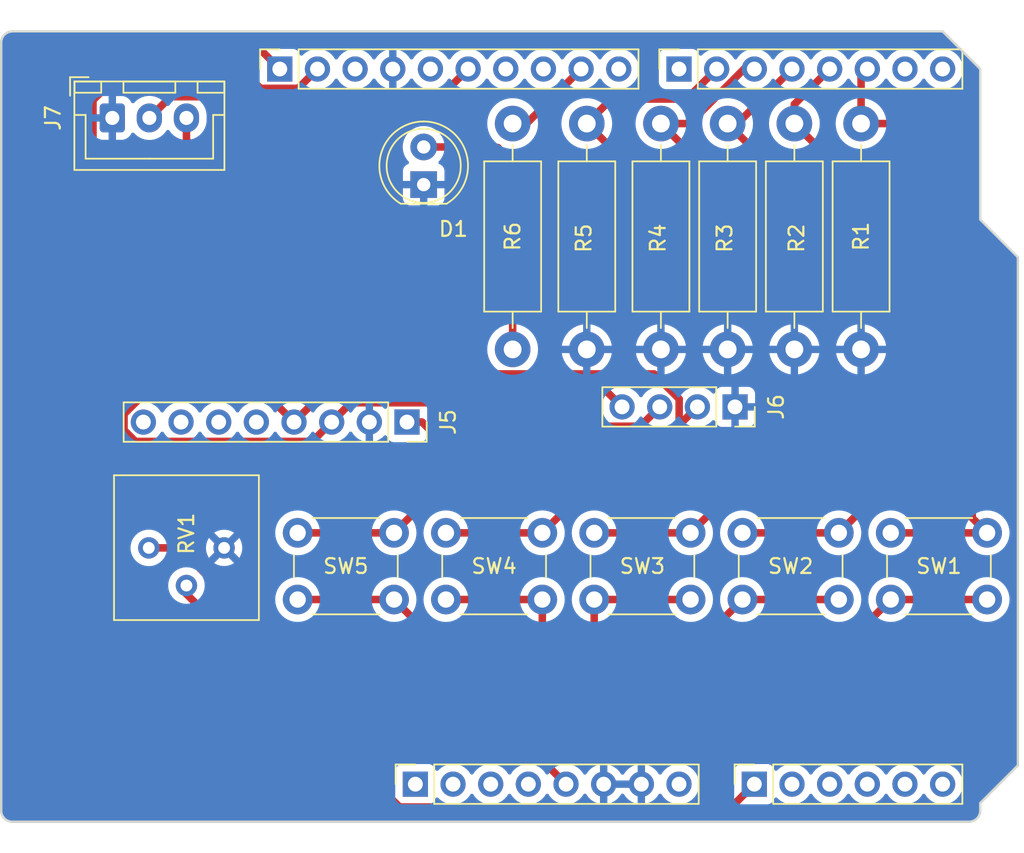
<source format=kicad_pcb>
(kicad_pcb (version 20240108) (generator "pcbnew") (generator_version "8.0")
  (title_block (date "mar. 31 mars 2015"))
  (layers (0 "F.Cu" signal) (31 "B.Cu" power) (34 "B.Paste" user) (35 "F.Paste" user) (36 "B.SilkS" user "B.Silkscreen") (37 "F.SilkS" user "F.Silkscreen") (38 "B.Mask" user) (39 "F.Mask" user) (44 "Edge.Cuts" user))
  (net 0 "")
  (net 1 "GND")
  (net 3 "+5V")
  (net 4 "/IOREF")
  (net 5 "/A1")
  (net 6 "/A2")
  (net 7 "/A3")
  (net 8 "/SDA{slash}A4")
  (net 9 "/SCL{slash}A5")
  (net 10 "/13")
  (net 11 "/AREF")
  (net 12 "/temp_digital")
  (net 13 "/7")
  (net 14 "/*11")
  (net 15 "/*10")
  (net 16 "/TX{slash}1")
  (net 17 "/RX{slash}0")
  (net 18 "+3V3")
  (net 19 "VCC")
  (net 20 "/~{RESET}")
  (net 21 "/I2C_SCL")
  (net 22 "/I2C_SDA")
  (net 27 "/button_onoff")
  (net 28 "/button_lock")
  (net 29 "/button_light")
  (net 30 "/button_cal")
  (net 31 "/button_units")
  (net 32 "Net-(D1-A)")
  (net 33 "/led_light")
  (net 34 "/temp_sensor")
  (footprint "Connector_PinSocket_2.54mm:PinSocket_1x08_P2.54mm_Vertical" (layer "F.Cu") (at 127.94 97.46 90)
    (property "Reference" "J1" (hide yes))
    (property "Value" "Power")
    (fp_line (start 1.33 -1.33) (end 1.33 0) (stroke (width 0.12)) (layer "F.SilkS"))
    (fp_line (start 0 -1.33) (end 1.33 -1.33) (stroke (width 0.12)) (layer "F.SilkS"))
    (fp_line (start 1.33 1.27) (end 1.33 19.11) (stroke (width 0.12)) (layer "F.SilkS"))
    (fp_line (start -1.33 1.27) (end 1.33 1.27) (stroke (width 0.12)) (layer "F.SilkS"))
    (fp_line (start -1.33 1.27) (end -1.33 19.11) (stroke (width 0.12)) (layer "F.SilkS"))
    (fp_line (start -1.33 19.11) (end 1.33 19.11) (stroke (width 0.12)) (layer "F.SilkS"))
    (pad "1" thru_hole rect (at 0 0 90) (size 1.7 1.7) (drill 1) (layers "*.Cu" "*.Mask"))
    (pad "2" thru_hole oval (at 0 2.54 90) (size 1.7 1.7) (drill 1) (layers "*.Cu" "*.Mask") (net 4 "/IOREF"))
    (pad "3" thru_hole oval (at 0 5.08 90) (size 1.7 1.7) (drill 1) (layers "*.Cu" "*.Mask") (net 20 "/~{RESET}"))
    (pad "4" thru_hole oval (at 0 7.62 90) (size 1.7 1.7) (drill 1) (layers "*.Cu" "*.Mask") (net 18 "+3V3"))
    (pad "5" thru_hole oval (at 0 10.16 90) (size 1.7 1.7) (drill 1) (layers "*.Cu" "*.Mask") (net 3 "+5V"))
    (pad "6" thru_hole oval (at 0 12.7 90) (size 1.7 1.7) (drill 1) (layers "*.Cu" "*.Mask") (net 1 "GND"))
    (pad "7" thru_hole oval (at 0 15.24 90) (size 1.7 1.7) (drill 1) (layers "*.Cu" "*.Mask") (net 1 "GND"))
    (pad "8" thru_hole oval (at 0 17.78 90) (size 1.7 1.7) (drill 1) (layers "*.Cu" "*.Mask") (net 19 "VCC"))
  )
  (footprint "Connector_PinSocket_2.54mm:PinSocket_1x06_P2.54mm_Vertical" (layer "F.Cu") (at 150.8 97.46 90)
    (property "Reference" "J3" (hide yes))
    (property "Value" "Analog")
    (fp_line (start 1.33 -1.33) (end 1.33 0) (stroke (width 0.12)) (layer "F.SilkS"))
    (fp_line (start 0 -1.33) (end 1.33 -1.33) (stroke (width 0.12)) (layer "F.SilkS"))
    (fp_line (start 1.33 1.27) (end 1.33 14.03) (stroke (width 0.12)) (layer "F.SilkS"))
    (fp_line (start -1.33 1.27) (end 1.33 1.27) (stroke (width 0.12)) (layer "F.SilkS"))
    (fp_line (start -1.33 1.27) (end -1.33 14.03) (stroke (width 0.12)) (layer "F.SilkS"))
    (fp_line (start -1.33 14.03) (end 1.33 14.03) (stroke (width 0.12)) (layer "F.SilkS"))
    (pad "1" thru_hole rect (at 0 0 90) (size 1.7 1.7) (drill 1) (layers "*.Cu" "*.Mask") (net 34 "/temp_sensor"))
    (pad "2" thru_hole oval (at 0 2.54 90) (size 1.7 1.7) (drill 1) (layers "*.Cu" "*.Mask") (net 5 "/A1"))
    (pad "3" thru_hole oval (at 0 5.08 90) (size 1.7 1.7) (drill 1) (layers "*.Cu" "*.Mask") (net 6 "/A2"))
    (pad "4" thru_hole oval (at 0 7.62 90) (size 1.7 1.7) (drill 1) (layers "*.Cu" "*.Mask") (net 7 "/A3"))
    (pad "5" thru_hole oval (at 0 10.16 90) (size 1.7 1.7) (drill 1) (layers "*.Cu" "*.Mask") (net 8 "/SDA{slash}A4"))
    (pad "6" thru_hole oval (at 0 12.7 90) (size 1.7 1.7) (drill 1) (layers "*.Cu" "*.Mask") (net 9 "/SCL{slash}A5"))
  )
  (footprint "Connector_PinSocket_2.54mm:PinSocket_1x10_P2.54mm_Vertical" (layer "F.Cu") (at 118.796 49.2 90)
    (property "Reference" "J2" (hide yes))
    (property "Value" "Digital/PWM")
    (fp_line (start 1.33 -1.33) (end 1.33 0) (stroke (width 0.12)) (layer "F.SilkS"))
    (fp_line (start 0 -1.33) (end 1.33 -1.33) (stroke (width 0.12)) (layer "F.SilkS"))
    (fp_line (start 1.33 1.27) (end 1.33 24.19) (stroke (width 0.12)) (layer "F.SilkS"))
    (fp_line (start -1.33 1.27) (end 1.33 1.27) (stroke (width 0.12)) (layer "F.SilkS"))
    (fp_line (start -1.33 1.27) (end -1.33 24.19) (stroke (width 0.12)) (layer "F.SilkS"))
    (fp_line (start -1.33 24.19) (end 1.33 24.19) (stroke (width 0.12)) (layer "F.SilkS"))
    (pad "1" thru_hole rect (at 0 0 90) (size 1.7 1.7) (drill 1) (layers "*.Cu" "*.Mask") (net 21 "/I2C_SCL"))
    (pad "2" thru_hole oval (at 0 2.54 90) (size 1.7 1.7) (drill 1) (layers "*.Cu" "*.Mask") (net 22 "/I2C_SDA"))
    (pad "3" thru_hole oval (at 0 5.08 90) (size 1.7 1.7) (drill 1) (layers "*.Cu" "*.Mask") (net 11 "/AREF"))
    (pad "4" thru_hole oval (at 0 7.62 90) (size 1.7 1.7) (drill 1) (layers "*.Cu" "*.Mask") (net 1 "GND"))
    (pad "5" thru_hole oval (at 0 10.16 90) (size 1.7 1.7) (drill 1) (layers "*.Cu" "*.Mask") (net 10 "/13"))
    (pad "6" thru_hole oval (at 0 12.7 90) (size 1.7 1.7) (drill 1) (layers "*.Cu" "*.Mask") (net 12 "/temp_digital"))
    (pad "7" thru_hole oval (at 0 15.24 90) (size 1.7 1.7) (drill 1) (layers "*.Cu" "*.Mask") (net 14 "/*11"))
    (pad "8" thru_hole oval (at 0 17.78 90) (size 1.7 1.7) (drill 1) (layers "*.Cu" "*.Mask") (net 15 "/*10"))
    (pad "9" thru_hole oval (at 0 20.32 90) (size 1.7 1.7) (drill 1) (layers "*.Cu" "*.Mask") (net 33 "/led_light"))
    (pad "10" thru_hole oval (at 0 22.86 90) (size 1.7 1.7) (drill 1) (layers "*.Cu" "*.Mask"))
  )
  (footprint "Connector_PinSocket_2.54mm:PinSocket_1x08_P2.54mm_Vertical" (layer "F.Cu") (at 145.72 49.2 90)
    (property "Reference" "J4" (hide yes))
    (property "Value" "Digital/PWM")
    (fp_line (start 1.33 -1.33) (end 1.33 0) (stroke (width 0.12)) (layer "F.SilkS"))
    (fp_line (start 0 -1.33) (end 1.33 -1.33) (stroke (width 0.12)) (layer "F.SilkS"))
    (fp_line (start 1.33 1.27) (end 1.33 19.11) (stroke (width 0.12)) (layer "F.SilkS"))
    (fp_line (start -1.33 1.27) (end 1.33 1.27) (stroke (width 0.12)) (layer "F.SilkS"))
    (fp_line (start -1.33 1.27) (end -1.33 19.11) (stroke (width 0.12)) (layer "F.SilkS"))
    (fp_line (start -1.33 19.11) (end 1.33 19.11) (stroke (width 0.12)) (layer "F.SilkS"))
    (pad "1" thru_hole rect (at 0 0 90) (size 1.7 1.7) (drill 1) (layers "*.Cu" "*.Mask") (net 13 "/7"))
    (pad "2" thru_hole oval (at 0 2.54 90) (size 1.7 1.7) (drill 1) (layers "*.Cu" "*.Mask") (net 28 "/button_lock"))
    (pad "3" thru_hole oval (at 0 5.08 90) (size 1.7 1.7) (drill 1) (layers "*.Cu" "*.Mask") (net 30 "/button_cal"))
    (pad "4" thru_hole oval (at 0 7.62 90) (size 1.7 1.7) (drill 1) (layers "*.Cu" "*.Mask") (net 29 "/button_light"))
    (pad "5" thru_hole oval (at 0 10.16 90) (size 1.7 1.7) (drill 1) (layers "*.Cu" "*.Mask") (net 31 "/button_units"))
    (pad "6" thru_hole oval (at 0 12.7 90) (size 1.7 1.7) (drill 1) (layers "*.Cu" "*.Mask") (net 27 "/button_onoff"))
    (pad "7" thru_hole oval (at 0 15.24 90) (size 1.7 1.7) (drill 1) (layers "*.Cu" "*.Mask") (net 16 "/TX{slash}1"))
    (pad "8" thru_hole oval (at 0 17.78 90) (size 1.7 1.7) (drill 1) (layers "*.Cu" "*.Mask") (net 17 "/RX{slash}0"))
  )
  (footprint "Potentiometer_THT:Potentiometer_Bourns_3386P_Vertical" (layer "F.Cu") (at 109.96 81.515 -90)
    (property "Reference" "RV1" (at -0.96 -2.54 90) (layer "F.SilkS"))
    (property "Value" "10k")
    (fp_line (start -4.9 2.345) (end 4.87 2.345) (stroke (width 0.12)) (layer "F.SilkS"))
    (fp_line (start -4.9 -7.425) (end -4.9 2.345) (stroke (width 0.12)) (layer "F.SilkS"))
    (fp_line (start -4.9 -7.425) (end 4.87 -7.425) (stroke (width 0.12)) (layer "F.SilkS"))
    (fp_line (start 4.87 -7.425) (end 4.87 2.345) (stroke (width 0.12)) (layer "F.SilkS"))
    (pad "1" thru_hole circle (at 0 0 270) (size 1.44 1.44) (drill 0.8) (layers "*.Cu" "*.Mask") (net 3 "+5V"))
    (pad "2" thru_hole circle (at 2.54 -2.54 270) (size 1.44 1.44) (drill 0.8) (layers "*.Cu" "*.Mask") (net 34 "/temp_sensor"))
    (pad "3" thru_hole circle (at 0 -5.08 270) (size 1.44 1.44) (drill 0.8) (layers "*.Cu" "*.Mask") (net 1 "GND"))
  )
  (footprint "Connector_PinSocket_2.54mm:PinSocket_1x04_P2.54mm_Vertical" (layer "F.Cu") (at 149.5 72 -90)
    (property "Reference" "J6" (at 0 -2.77 90) (layer "F.SilkS"))
    (property "Value" "CONN_DISPLAY")
    (fp_line (start -1.33 8.95) (end 1.33 8.95) (stroke (width 0.12)) (layer "F.SilkS"))
    (fp_line (start -1.33 1.27) (end -1.33 8.95) (stroke (width 0.12)) (layer "F.SilkS"))
    (fp_line (start -1.33 1.27) (end 1.33 1.27) (stroke (width 0.12)) (layer "F.SilkS"))
    (fp_line (start 1.33 1.27) (end 1.33 8.95) (stroke (width 0.12)) (layer "F.SilkS"))
    (fp_line (start 0 -1.33) (end 1.33 -1.33) (stroke (width 0.12)) (layer "F.SilkS"))
    (fp_line (start 1.33 -1.33) (end 1.33 0) (stroke (width 0.12)) (layer "F.SilkS"))
    (pad "1" thru_hole rect (at 0 0 270) (size 1.7 1.7) (drill 1) (layers "*.Cu" "*.Mask") (net 1 "GND"))
    (pad "2" thru_hole oval (at 0 2.54 270) (size 1.7 1.7) (drill 1) (layers "*.Cu" "*.Mask") (net 3 "+5V"))
    (pad "3" thru_hole oval (at 0 5.08 270) (size 1.7 1.7) (drill 1) (layers "*.Cu" "*.Mask") (net 21 "/I2C_SCL"))
    (pad "4" thru_hole oval (at 0 7.62 270) (size 1.7 1.7) (drill 1) (layers "*.Cu" "*.Mask") (net 22 "/I2C_SDA"))
  )
  (footprint "Resistor_THT:R_Axial_DIN0411_L9.9mm_D3.6mm_P15.24mm_Horizontal" (layer "F.Cu") (at 134.5 52.88 -90)
    (property "Reference" "R6" (at 7.62 0 90) (layer "F.SilkS"))
    (property "Value" "1k")
    (fp_line (start 2.55 1.92) (end 12.69 1.92) (stroke (width 0.12)) (layer "F.SilkS"))
    (fp_line (start 12.69 1.92) (end 12.69 -1.92) (stroke (width 0.12)) (layer "F.SilkS"))
    (fp_line (start 1.44 0) (end 2.55 0) (stroke (width 0.12)) (layer "F.SilkS"))
    (fp_line (start 13.8 0) (end 12.69 0) (stroke (width 0.12)) (layer "F.SilkS"))
    (fp_line (start 2.55 -1.92) (end 2.55 1.92) (stroke (width 0.12)) (layer "F.SilkS"))
    (fp_line (start 12.69 -1.92) (end 2.55 -1.92) (stroke (width 0.12)) (layer "F.SilkS"))
    (pad "1" thru_hole circle (at 0 0 270) (size 2.4 2.4) (drill 1.2) (layers "*.Cu" "*.Mask") (net 33 "/led_light"))
    (pad "2" thru_hole oval (at 15.24 0 270) (size 2.4 2.4) (drill 1.2) (layers "*.Cu" "*.Mask") (net 32 "Net-(D1-A)"))
  )
  (footprint "LED_THT:LED_D5.0mm" (layer "F.Cu") (at 128.5 57 90)
    (property "Reference" "D1" (at -3 2 180) (layer "F.SilkS"))
    (property "Value" "LED")
    (fp_line (start -1.29 -1.545) (end -1.29 1.545) (stroke (width 0.12)) (layer "F.SilkS"))
    (fp_arc (start -1.29 -1.54483) (mid 2.071756 -2.880501) (end 4.26 -0.000048) (stroke (width 0.12)) (layer "F.SilkS"))
    (fp_arc (start 4.26 0.000048) (mid 2.071756 2.880501) (end -1.29 1.54483) (stroke (width 0.12)) (layer "F.SilkS"))
    (fp_circle (center 1.27 0) (end 3.77 0) (stroke (width 0.12)) (fill none) (layer "F.SilkS"))
    (pad "1" thru_hole rect (at 0 0 90) (size 1.8 1.8) (drill 0.9) (layers "*.Cu" "*.Mask") (net 1 "GND"))
    (pad "2" thru_hole circle (at 2.54 0 90) (size 1.8 1.8) (drill 0.9) (layers "*.Cu" "*.Mask") (net 32 "Net-(D1-A)"))
  )
  (footprint "Connector_JST:JST_XH_B3B-XH-A_1x03_P2.50mm_Vertical" (layer "F.Cu") (at 107.5 52.5)
    (property "Reference" "J7" (at -4 0 90) (layer "F.SilkS"))
    (property "Value" "Conn_01x03")
    (fp_line (start -2.85 -2.75) (end -2.85 -1.5) (stroke (width 0.12)) (layer "F.SilkS"))
    (fp_line (start -2.56 -2.46) (end -2.56 3.51) (stroke (width 0.12)) (layer "F.SilkS"))
    (fp_line (start -2.56 3.51) (end 7.56 3.51) (stroke (width 0.12)) (layer "F.SilkS"))
    (fp_line (start -2.55 -2.45) (end -2.55 -1.7) (stroke (width 0.12)) (layer "F.SilkS"))
    (fp_line (start -2.55 -1.7) (end -0.75 -1.7) (stroke (width 0.12)) (layer "F.SilkS"))
    (fp_line (start -2.55 -0.2) (end -1.8 -0.2) (stroke (width 0.12)) (layer "F.SilkS"))
    (fp_line (start -1.8 -0.2) (end -1.8 2.75) (stroke (width 0.12)) (layer "F.SilkS"))
    (fp_line (start -1.8 2.75) (end 2.5 2.75) (stroke (width 0.12)) (layer "F.SilkS"))
    (fp_line (start -1.6 -2.75) (end -2.85 -2.75) (stroke (width 0.12)) (layer "F.SilkS"))
    (fp_line (start -0.75 -2.45) (end -2.55 -2.45) (stroke (width 0.12)) (layer "F.SilkS"))
    (fp_line (start -0.75 -1.7) (end -0.75 -2.45) (stroke (width 0.12)) (layer "F.SilkS"))
    (fp_line (start 0.75 -2.45) (end 0.75 -1.7) (stroke (width 0.12)) (layer "F.SilkS"))
    (fp_line (start 0.75 -1.7) (end 4.25 -1.7) (stroke (width 0.12)) (layer "F.SilkS"))
    (fp_line (start 4.25 -2.45) (end 0.75 -2.45) (stroke (width 0.12)) (layer "F.SilkS"))
    (fp_line (start 4.25 -1.7) (end 4.25 -2.45) (stroke (width 0.12)) (layer "F.SilkS"))
    (fp_line (start 5.75 -2.45) (end 5.75 -1.7) (stroke (width 0.12)) (layer "F.SilkS"))
    (fp_line (start 5.75 -1.7) (end 7.55 -1.7) (stroke (width 0.12)) (layer "F.SilkS"))
    (fp_line (start 6.8 -0.2) (end 6.8 2.75) (stroke (width 0.12)) (layer "F.SilkS"))
    (fp_line (start 6.8 2.75) (end 2.5 2.75) (stroke (width 0.12)) (layer "F.SilkS"))
    (fp_line (start 7.55 -2.45) (end 5.75 -2.45) (stroke (width 0.12)) (layer "F.SilkS"))
    (fp_line (start 7.55 -1.7) (end 7.55 -2.45) (stroke (width 0.12)) (layer "F.SilkS"))
    (fp_line (start 7.55 -0.2) (end 6.8 -0.2) (stroke (width 0.12)) (layer "F.SilkS"))
    (fp_line (start 7.56 -2.46) (end -2.56 -2.46) (stroke (width 0.12)) (layer "F.SilkS"))
    (fp_line (start 7.56 3.51) (end 7.56 -2.46) (stroke (width 0.12)) (layer "F.SilkS"))
    (pad "1" thru_hole roundrect (at 0 0) (size 1.7 1.95) (drill 0.95) (layers "*.Cu" "*.Mask") (roundrect_rratio 0.147059) (net 1 "GND"))
    (pad "2" thru_hole oval (at 2.5 0) (size 1.7 1.95) (drill 0.95) (layers "*.Cu" "*.Mask") (net 12 "/temp_digital"))
    (pad "3" thru_hole oval (at 5 0) (size 1.7 1.95) (drill 0.95) (layers "*.Cu" "*.Mask") (net 3 "+5V"))
  )
  (footprint "Button_Switch_THT:SW_PUSH_6mm" (layer "F.Cu") (at 120 80.5)
    (property "Reference" "SW5" (at 3.25 2.25 0) (layer "F.SilkS"))
    (property "Value" "SW_SPST")
    (fp_line (start -0.25 1.5) (end -0.25 3) (stroke (width 0.12)) (layer "F.SilkS"))
    (fp_line (start 1 5.5) (end 5.5 5.5) (stroke (width 0.12)) (layer "F.SilkS"))
    (fp_line (start 5.5 -1) (end 1 -1) (stroke (width 0.12)) (layer "F.SilkS"))
    (fp_line (start 6.75 3) (end 6.75 1.5) (stroke (width 0.12)) (layer "F.SilkS"))
    (pad "1" thru_hole circle (at 0 0 90) (size 2 2) (drill 1.1) (layers "*.Cu" "*.Mask") (net 28 "/button_lock"))
    (pad "1" thru_hole circle (at 6.5 0 90) (size 2 2) (drill 1.1) (layers "*.Cu" "*.Mask") (net 28 "/button_lock"))
    (pad "2" thru_hole circle (at 0 4.5 90) (size 2 2) (drill 1.1) (layers "*.Cu" "*.Mask") (net 3 "+5V"))
    (pad "2" thru_hole circle (at 6.5 4.5 90) (size 2 2) (drill 1.1) (layers "*.Cu" "*.Mask") (net 3 "+5V"))
  )
  (footprint "Resistor_THT:R_Axial_DIN0411_L9.9mm_D3.6mm_P15.24mm_Horizontal" (layer "F.Cu") (at 153.5 52.88 -90)
    (property "Reference" "R2" (at 7.74 -0.15 90) (layer "F.SilkS"))
    (property "Value" "100k")
    (fp_line (start 2.55 1.92) (end 12.69 1.92) (stroke (width 0.12)) (layer "F.SilkS"))
    (fp_line (start 12.69 1.92) (end 12.69 -1.92) (stroke (width 0.12)) (layer "F.SilkS"))
    (fp_line (start 1.44 0) (end 2.55 0) (stroke (width 0.12)) (layer "F.SilkS"))
    (fp_line (start 13.8 0) (end 12.69 0) (stroke (width 0.12)) (layer "F.SilkS"))
    (fp_line (start 2.55 -1.92) (end 2.55 1.92) (stroke (width 0.12)) (layer "F.SilkS"))
    (fp_line (start 12.69 -1.92) (end 2.55 -1.92) (stroke (width 0.12)) (layer "F.SilkS"))
    (pad "1" thru_hole circle (at 0 0 270) (size 2.4 2.4) (drill 1.2) (layers "*.Cu" "*.Mask") (net 31 "/button_units"))
    (pad "2" thru_hole oval (at 15.24 0 270) (size 2.4 2.4) (drill 1.2) (layers "*.Cu" "*.Mask") (net 1 "GND"))
  )
  (footprint "Button_Switch_THT:SW_PUSH_6mm" (layer "F.Cu") (at 160 80.5)
    (property "Reference" "SW1" (at 3.25 2.25 0) (layer "F.SilkS"))
    (property "Value" "SW_SPST")
    (fp_line (start -0.25 1.5) (end -0.25 3) (stroke (width 0.12)) (layer "F.SilkS"))
    (fp_line (start 1 5.5) (end 5.5 5.5) (stroke (width 0.12)) (layer "F.SilkS"))
    (fp_line (start 5.5 -1) (end 1 -1) (stroke (width 0.12)) (layer "F.SilkS"))
    (fp_line (start 6.75 3) (end 6.75 1.5) (stroke (width 0.12)) (layer "F.SilkS"))
    (pad "1" thru_hole circle (at 0 0 90) (size 2 2) (drill 1.1) (layers "*.Cu" "*.Mask") (net 27 "/button_onoff"))
    (pad "1" thru_hole circle (at 6.5 0 90) (size 2 2) (drill 1.1) (layers "*.Cu" "*.Mask") (net 27 "/button_onoff"))
    (pad "2" thru_hole circle (at 0 4.5 90) (size 2 2) (drill 1.1) (layers "*.Cu" "*.Mask") (net 3 "+5V"))
    (pad "2" thru_hole circle (at 6.5 4.5 90) (size 2 2) (drill 1.1) (layers "*.Cu" "*.Mask") (net 3 "+5V"))
  )
  (footprint "Resistor_THT:R_Axial_DIN0411_L9.9mm_D3.6mm_P15.24mm_Horizontal" (layer "F.Cu") (at 158 52.88 -90)
    (property "Reference" "R1" (at 7.62 0 90) (layer "F.SilkS"))
    (property "Value" "100k")
    (fp_line (start 2.55 1.92) (end 12.69 1.92) (stroke (width 0.12)) (layer "F.SilkS"))
    (fp_line (start 12.69 1.92) (end 12.69 -1.92) (stroke (width 0.12)) (layer "F.SilkS"))
    (fp_line (start 1.44 0) (end 2.55 0) (stroke (width 0.12)) (layer "F.SilkS"))
    (fp_line (start 13.8 0) (end 12.69 0) (stroke (width 0.12)) (layer "F.SilkS"))
    (fp_line (start 2.55 -1.92) (end 2.55 1.92) (stroke (width 0.12)) (layer "F.SilkS"))
    (fp_line (start 12.69 -1.92) (end 2.55 -1.92) (stroke (width 0.12)) (layer "F.SilkS"))
    (pad "1" thru_hole circle (at 0 0 270) (size 2.4 2.4) (drill 1.2) (layers "*.Cu" "*.Mask") (net 27 "/button_onoff"))
    (pad "2" thru_hole oval (at 15.24 0 270) (size 2.4 2.4) (drill 1.2) (layers "*.Cu" "*.Mask") (net 1 "GND"))
  )
  (footprint "Resistor_THT:R_Axial_DIN0411_L9.9mm_D3.6mm_P15.24mm_Horizontal" (layer "F.Cu") (at 139.5 52.88 -90)
    (property "Reference" "R5" (at 7.74 0.2 90) (layer "F.SilkS"))
    (property "Value" "100k")
    (fp_line (start 2.55 1.92) (end 12.69 1.92) (stroke (width 0.12)) (layer "F.SilkS"))
    (fp_line (start 12.69 1.92) (end 12.69 -1.92) (stroke (width 0.12)) (layer "F.SilkS"))
    (fp_line (start 1.44 0) (end 2.55 0) (stroke (width 0.12)) (layer "F.SilkS"))
    (fp_line (start 13.8 0) (end 12.69 0) (stroke (width 0.12)) (layer "F.SilkS"))
    (fp_line (start 2.55 -1.92) (end 2.55 1.92) (stroke (width 0.12)) (layer "F.SilkS"))
    (fp_line (start 12.69 -1.92) (end 2.55 -1.92) (stroke (width 0.12)) (layer "F.SilkS"))
    (pad "1" thru_hole circle (at 0 0 270) (size 2.4 2.4) (drill 1.2) (layers "*.Cu" "*.Mask") (net 28 "/button_lock"))
    (pad "2" thru_hole oval (at 15.24 0 270) (size 2.4 2.4) (drill 1.2) (layers "*.Cu" "*.Mask") (net 1 "GND"))
  )
  (footprint "Button_Switch_THT:SW_PUSH_6mm" (layer "F.Cu") (at 150 80.5)
    (property "Reference" "SW2" (at 3.25 2.25 0) (layer "F.SilkS"))
    (property "Value" "SW_SPST")
    (fp_line (start -0.25 1.5) (end -0.25 3) (stroke (width 0.12)) (layer "F.SilkS"))
    (fp_line (start 1 5.5) (end 5.5 5.5) (stroke (width 0.12)) (layer "F.SilkS"))
    (fp_line (start 5.5 -1) (end 1 -1) (stroke (width 0.12)) (layer "F.SilkS"))
    (fp_line (start 6.75 3) (end 6.75 1.5) (stroke (width 0.12)) (layer "F.SilkS"))
    (pad "1" thru_hole circle (at 0 0 90) (size 2 2) (drill 1.1) (layers "*.Cu" "*.Mask") (net 31 "/button_units"))
    (pad "1" thru_hole circle (at 6.5 0 90) (size 2 2) (drill 1.1) (layers "*.Cu" "*.Mask") (net 31 "/button_units"))
    (pad "2" thru_hole circle (at 0 4.5 90) (size 2 2) (drill 1.1) (layers "*.Cu" "*.Mask") (net 3 "+5V"))
    (pad "2" thru_hole circle (at 6.5 4.5 90) (size 2 2) (drill 1.1) (layers "*.Cu" "*.Mask") (net 3 "+5V"))
  )
  (footprint "Button_Switch_THT:SW_PUSH_6mm" (layer "F.Cu") (at 130 80.5)
    (property "Reference" "SW4" (at 3.25 2.25 0) (layer "F.SilkS"))
    (property "Value" "SW_SPST")
    (fp_line (start -0.25 1.5) (end -0.25 3) (stroke (width 0.12)) (layer "F.SilkS"))
    (fp_line (start 1 5.5) (end 5.5 5.5) (stroke (width 0.12)) (layer "F.SilkS"))
    (fp_line (start 5.5 -1) (end 1 -1) (stroke (width 0.12)) (layer "F.SilkS"))
    (fp_line (start 6.75 3) (end 6.75 1.5) (stroke (width 0.12)) (layer "F.SilkS"))
    (pad "1" thru_hole circle (at 0 0 90) (size 2 2) (drill 1.1) (layers "*.Cu" "*.Mask") (net 30 "/button_cal"))
    (pad "1" thru_hole circle (at 6.5 0 90) (size 2 2) (drill 1.1) (layers "*.Cu" "*.Mask") (net 30 "/button_cal"))
    (pad "2" thru_hole circle (at 0 4.5 90) (size 2 2) (drill 1.1) (layers "*.Cu" "*.Mask") (net 3 "+5V"))
    (pad "2" thru_hole circle (at 6.5 4.5 90) (size 2 2) (drill 1.1) (layers "*.Cu" "*.Mask") (net 3 "+5V"))
  )
  (footprint "Resistor_THT:R_Axial_DIN0411_L9.9mm_D3.6mm_P15.24mm_Horizontal" (layer "F.Cu") (at 149 52.88 -90)
    (property "Reference" "R3" (at 7.74 0.2 90) (layer "F.SilkS"))
    (property "Value" "100k")
    (fp_line (start 2.55 1.92) (end 12.69 1.92) (stroke (width 0.12)) (layer "F.SilkS"))
    (fp_line (start 12.69 1.92) (end 12.69 -1.92) (stroke (width 0.12)) (layer "F.SilkS"))
    (fp_line (start 1.44 0) (end 2.55 0) (stroke (width 0.12)) (layer "F.SilkS"))
    (fp_line (start 13.8 0) (end 12.69 0) (stroke (width 0.12)) (layer "F.SilkS"))
    (fp_line (start 2.55 -1.92) (end 2.55 1.92) (stroke (width 0.12)) (layer "F.SilkS"))
    (fp_line (start 12.69 -1.92) (end 2.55 -1.92) (stroke (width 0.12)) (layer "F.SilkS"))
    (pad "1" thru_hole circle (at 0 0 270) (size 2.4 2.4) (drill 1.2) (layers "*.Cu" "*.Mask") (net 29 "/button_light"))
    (pad "2" thru_hole oval (at 15.24 0 270) (size 2.4 2.4) (drill 1.2) (layers "*.Cu" "*.Mask") (net 1 "GND"))
  )
  (footprint "Resistor_THT:R_Axial_DIN0411_L9.9mm_D3.6mm_P15.24mm_Horizontal" (layer "F.Cu") (at 144.5 52.88 -90)
    (property "Reference" "R4" (at 7.74 0.2 90) (layer "F.SilkS"))
    (property "Value" "100k")
    (fp_line (start 2.55 1.92) (end 12.69 1.92) (stroke (width 0.12)) (layer "F.SilkS"))
    (fp_line (start 12.69 1.92) (end 12.69 -1.92) (stroke (width 0.12)) (layer "F.SilkS"))
    (fp_line (start 1.44 0) (end 2.55 0) (stroke (width 0.12)) (layer "F.SilkS"))
    (fp_line (start 13.8 0) (end 12.69 0) (stroke (width 0.12)) (layer "F.SilkS"))
    (fp_line (start 2.55 -1.92) (end 2.55 1.92) (stroke (width 0.12)) (layer "F.SilkS"))
    (fp_line (start 12.69 -1.92) (end 2.55 -1.92) (stroke (width 0.12)) (layer "F.SilkS"))
    (pad "1" thru_hole circle (at 0 0 270) (size 2.4 2.4) (drill 1.2) (layers "*.Cu" "*.Mask") (net 30 "/button_cal"))
    (pad "2" thru_hole oval (at 15.24 0 270) (size 2.4 2.4) (drill 1.2) (layers "*.Cu" "*.Mask") (net 1 "GND"))
  )
  (footprint "Button_Switch_THT:SW_PUSH_6mm" (layer "F.Cu") (at 140 80.5)
    (property "Reference" "SW3" (at 3.25 2.25 0) (layer "F.SilkS"))
    (property "Value" "SW_SPST")
    (fp_line (start -0.25 1.5) (end -0.25 3) (stroke (width 0.12)) (layer "F.SilkS"))
    (fp_line (start 1 5.5) (end 5.5 5.5) (stroke (width 0.12)) (layer "F.SilkS"))
    (fp_line (start 5.5 -1) (end 1 -1) (stroke (width 0.12)) (layer "F.SilkS"))
    (fp_line (start 6.75 3) (end 6.75 1.5) (stroke (width 0.12)) (layer "F.SilkS"))
    (pad "1" thru_hole circle (at 0 0 90) (size 2 2) (drill 1.1) (layers "*.Cu" "*.Mask") (net 29 "/button_light"))
    (pad "1" thru_hole circle (at 6.5 0 90) (size 2 2) (drill 1.1) (layers "*.Cu" "*.Mask") (net 29 "/button_light"))
    (pad "2" thru_hole circle (at 0 4.5 90) (size 2 2) (drill 1.1) (layers "*.Cu" "*.Mask") (net 3 "+5V"))
    (pad "2" thru_hole circle (at 6.5 4.5 90) (size 2 2) (drill 1.1) (layers "*.Cu" "*.Mask") (net 3 "+5V"))
  )
  (footprint "Connector_PinSocket_2.54mm:PinSocket_1x08_P2.54mm_Vertical" (layer "F.Cu") (at 127.375 73.025 -90)
    (property "Reference" "J5" (at 0 -2.77 90) (layer "F.SilkS"))
    (property "Value" "CONN_GYRO")
    (fp_line (start -1.33 19.11) (end 1.33 19.11) (stroke (width 0.12)) (layer "F.SilkS"))
    (fp_line (start -1.33 1.27) (end -1.33 19.11) (stroke (width 0.12)) (layer "F.SilkS"))
    (fp_line (start -1.33 1.27) (end 1.33 1.27) (stroke (width 0.12)) (layer "F.SilkS"))
    (fp_line (start 1.33 1.27) (end 1.33 19.11) (stroke (width 0.12)) (layer "F.SilkS"))
    (fp_line (start 0 -1.33) (end 1.33 -1.33) (stroke (width 0.12)) (layer "F.SilkS"))
    (fp_line (start 1.33 -1.33) (end 1.33 0) (stroke (width 0.12)) (layer "F.SilkS"))
    (pad "1" thru_hole rect (at 0 0 270) (size 1.7 1.7) (drill 1) (layers "*.Cu" "*.Mask") (net 3 "+5V"))
    (pad "2" thru_hole oval (at 0 2.54 270) (size 1.7 1.7) (drill 1) (layers "*.Cu" "*.Mask") (net 1 "GND"))
    (pad "3" thru_hole oval (at 0 5.08 270) (size 1.7 1.7) (drill 1) (layers "*.Cu" "*.Mask") (net 21 "/I2C_SCL"))
    (pad "4" thru_hole oval (at 0 7.62 270) (size 1.7 1.7) (drill 1) (layers "*.Cu" "*.Mask") (net 22 "/I2C_SDA"))
    (pad "5" thru_hole oval (at 0 10.16 270) (size 1.7 1.7) (drill 1) (layers "*.Cu" "*.Mask"))
    (pad "6" thru_hole oval (at 0 12.7 270) (size 1.7 1.7) (drill 1) (layers "*.Cu" "*.Mask"))
    (pad "7" thru_hole oval (at 0 15.24 270) (size 1.7 1.7) (drill 1) (layers "*.Cu" "*.Mask"))
    (pad "8" thru_hole oval (at 0 17.78 270) (size 1.7 1.7) (drill 1) (layers "*.Cu" "*.Mask"))
  )
  (gr_line (start 166.04 59.36) (end 168.58 61.9) (stroke (width 0.15)) (layer "Edge.Cuts"))
  (gr_line (start 100 99.238) (end 100 47.422) (stroke (width 0.15)) (layer "Edge.Cuts"))
  (gr_line (start 168.58 61.9) (end 168.58 96.19) (stroke (width 0.15)) (layer "Edge.Cuts"))
  (gr_line (start 165.278 100) (end 100.762 100) (stroke (width 0.15)) (layer "Edge.Cuts"))
  (gr_line (start 100.762 46.66) (end 163.5 46.66) (stroke (width 0.15)) (layer "Edge.Cuts"))
  (gr_arc (start 100.762 100) (mid 100.223185 99.776815) (end 100 99.238) (stroke (width 0.15)) (layer "Edge.Cuts"))
  (gr_line (start 168.58 96.19) (end 166.04 98.73) (stroke (width 0.15)) (layer "Edge.Cuts"))
  (gr_line (start 163.5 46.66) (end 166.04 49.2) (stroke (width 0.15)) (layer "Edge.Cuts"))
  (gr_arc (start 166.04 99.238) (mid 165.816815 99.776815) (end 165.278 100) (stroke (width 0.15)) (layer "Edge.Cuts"))
  (gr_line (start 166.04 49.2) (end 166.04 59.36) (stroke (width 0.15)) (layer "Edge.Cuts"))
  (gr_line (start 166.04 98.73) (end 166.04 99.238) (stroke (width 0.15)) (layer "Edge.Cuts"))
  (gr_arc (start 100 47.422) (mid 100.223185 46.883185) (end 100.762 46.66) (stroke (width 0.15)) (layer "Edge.Cuts"))
  (segment (start 112.015 81.515) (end 117 86.5) (width 0.508) (layer "F.Cu") (net 3))
  (segment (start 134.82 94.18) (end 132.57 91.93) (width 0.508) (layer "F.Cu") (net 3))
  (segment (start 129.708 74.792) (end 130.151733 74.792) (width 0.508) (layer "F.Cu") (net 3))
  (segment (start 112.5 54) (end 128.274 69.774) (width 0.508) (layer "F.Cu") (net 3))
  (segment (start 128.64 87.14) (end 126.5 85) (width 0.508) (layer "F.Cu") (net 3))
  (segment (start 145.73 71.465865) (end 145.73 73.23) (width 0.508) (layer "F.Cu") (net 3))
  (segment (start 146 89) (end 150 85) (width 0.508) (layer "F.Cu") (net 3))
  (segment (start 136.5 88) (end 136.5 85) (width 0.508) (layer "F.Cu") (net 3))
  (segment (start 112.5 52.5) (end 112.5 54) (width 0.508) (layer "F.Cu") (net 3))
  (segment (start 117 85) (end 117 79.5) (width 0.508) (layer "F.Cu") (net 3))
  (segment (start 120.5 76) (end 128.5 76) (width 0.508) (layer "F.Cu") (net 3))
  (segment (start 132.57 91.93) (end 128.64 88) (width 0.508) (layer "F.Cu") (net 3))
  (segment (start 128.64 88) (end 128.64 87.14) (width 0.508) (layer "F.Cu") (net 3))
  (segment (start 150 85) (end 156.5 85) (width 0.508) (layer "F.Cu") (net 3))
  (segment (start 156 89) (end 160 85) (width 0.508) (layer "F.Cu") (net 3))
  (segment (start 130 85) (end 136.5 85) (width 0.508) (layer "F.Cu") (net 3))
  (segment (start 128.64 88) (end 126.5 88) (width 0.508) (layer "F.Cu") (net 3))
  (segment (start 144.168 74.792) (end 130.151733 74.792) (width 0.508) (layer "F.Cu") (net 3))
  (segment (start 117 87.5) (end 117 86.5) (width 0.508) (layer "F.Cu") (net 3))
  (segment (start 126.5 88) (end 117.5 88) (width 0.508) (layer "F.Cu") (net 3))
  (segment (start 128.384733 73.025) (end 130.151733 74.792) (width 0.508) (layer "F.Cu") (net 3))
  (segment (start 120 85) (end 126.5 85) (width 0.508) (layer "F.Cu") (net 3))
  (segment (start 120 84.943733) (end 120 85) (width 0.508) (layer "F.Cu") (net 3))
  (segment (start 140 89) (end 140 85) (width 0.508) (layer "F.Cu") (net 3))
  (segment (start 138.1 97.46) (end 134.82 94.18) (width 0.508) (layer "F.Cu") (net 3))
  (segment (start 160 85) (end 166.5 85) (width 0.508) (layer "F.Cu") (net 3))
  (segment (start 146.96 72) (end 145.73 73.23) (width 0.508) (layer "F.Cu") (net 3))
  (segment (start 127.375 73.025) (end 128.384733 73.025) (width 0.508) (layer "F.Cu") (net 3))
  (segment (start 128.5 76) (end 129.708 74.792) (width 0.508) (layer "F.Cu") (net 3))
  (segment (start 117.5 88) (end 117 87.5) (width 0.508) (layer "F.Cu") (net 3))
  (segment (start 134.82 94.18) (end 140 89) (width 0.508) (layer "F.Cu") (net 3))
  (segment (start 132.57 91.93) (end 136.5 88) (width 0.508) (layer "F.Cu") (net 3))
  (segment (start 109.96 81.515) (end 112.015 81.515) (width 0.508) (layer "F.Cu") (net 3))
  (segment (start 146 89) (end 156 89) (width 0.508) (layer "F.Cu") (net 3))
  (segment (start 140 89) (end 146 89) (width 0.508) (layer "F.Cu") (net 3))
  (segment (start 117 86.5) (end 117 85) (width 0.508) (layer "F.Cu") (net 3))
  (segment (start 117 79.5) (end 120.5 76) (width 0.508) (layer "F.Cu") (net 3))
  (segment (start 128.274 69.774) (end 144.038135 69.774) (width 0.508) (layer "F.Cu") (net 3))
  (segment (start 140 85) (end 146.5 85) (width 0.508) (layer "F.Cu") (net 3))
  (segment (start 145.73 73.23) (end 144.168 74.792) (width 0.508) (layer "F.Cu") (net 3))
  (segment (start 144.038135 69.774) (end 145.73 71.465865) (width 0.508) (layer "F.Cu") (net 3))
  (segment (start 129.484 51.212) (end 131.496 49.2) (width 0.508) (layer "F.Cu") (net 12))
  (segment (start 111.429 51.071) (end 116.571 51.071) (width 0.508) (layer "F.Cu") (net 12))
  (segment (start 116.712 51.212) (end 129.484 51.212) (width 0.508) (layer "F.Cu") (net 12))
  (segment (start 116.571 51.071) (end 116.712 51.212) (width 0.508) (layer "F.Cu") (net 12))
  (segment (start 110 52.5) (end 111.429 51.071) (width 0.508) (layer "F.Cu") (net 12))
  (segment (start 109.054865 74.329) (end 108.291 73.565135) (width 0.508) (layer "F.Cu") (net 21))
  (segment (start 143.116 73.304) (end 130.596 73.304) (width 0.508) (layer "F.Cu") (net 21))
  (segment (start 130.596 73.304) (end 129.013 71.721) (width 0.508) (layer "F.Cu") (net 21))
  (segment (start 103 48) (end 117.596 48) (width 0.508) (layer "F.Cu") (net 21))
  (segment (start 108.291 72.484865) (end 110.275865 70.5) (width 0.508) (layer "F.Cu") (net 21))
  (segment (start 129.013 71.721) (end 123.599 71.721) (width 0.508) (layer "F.Cu") (net 21))
  (segment (start 108.291 73.565135) (end 108.291 72.484865) (width 0.508) (layer "F.Cu") (net 21))
  (segment (start 120.991 74.329) (end 109.054865 74.329) (width 0.508) (layer "F.Cu") (net 21))
  (segment (start 122.295 73.025) (end 120.991 74.329) (width 0.508) (layer "F.Cu") (net 21))
  (segment (start 123.599 71.721) (end 122.295 73.025) (width 0.508) (layer "F.Cu") (net 21))
  (segment (start 117.596 48) (end 118.796 49.2) (width 0.508) (layer "F.Cu") (net 21))
  (segment (start 110.275865 70.5) (end 102 62.224135) (width 0.508) (layer "F.Cu") (net 21))
  (segment (start 110.275865 70.5) (end 110.333865 70.442) (width 0.508) (layer "F.Cu") (net 21))
  (segment (start 144.42 72) (end 143.116 73.304) (width 0.508) (layer "F.Cu") (net 21))
  (segment (start 102 62.224135) (end 102 49) (width 0.508) (layer "F.Cu") (net 21))
  (segment (start 102 49) (end 103 48) (width 0.508) (layer "F.Cu") (net 21))
  (segment (start 116.5 49.512) (end 117.492 50.504) (width 0.508) (layer "F.Cu") (net 22))
  (segment (start 119.755 73.025) (end 106.196 59.466) (width 0.508) (layer "F.Cu") (net 22))
  (segment (start 117.492 50.504) (end 120.032 50.504) (width 0.508) (layer "F.Cu") (net 22))
  (segment (start 121.78 71) (end 119.755 73.025) (width 0.508) (layer "F.Cu") (net 22))
  (segment (start 116.5 49.5) (end 116.5 49.512) (width 0.508) (layer "F.Cu") (net 22))
  (segment (start 108 49.5) (end 116.5 49.5) (width 0.508) (layer "F.Cu") (net 22))
  (segment (start 106.196 51.304) (end 108 49.5) (width 0.508) (layer "F.Cu") (net 22))
  (segment (start 106.196 59.466) (end 106.196 51.304) (width 0.508) (layer "F.Cu") (net 22))
  (segment (start 140.88 71) (end 121.78 71) (width 0.508) (layer "F.Cu") (net 22))
  (segment (start 120.032 50.504) (end 121.336 49.2) (width 0.508) (layer "F.Cu") (net 22))
  (segment (start 141.88 72) (end 140.88 71) (width 0.508) (layer "F.Cu") (net 22))
  (segment (start 164.88 52.88) (end 165.5 53.5) (width 0.508) (layer "F.Cu") (net 27))
  (segment (start 158 52.88) (end 164.88 52.88) (width 0.508) (layer "F.Cu") (net 27))
  (segment (start 165.5 79.5) (end 166.5 80.5) (width 0.508) (layer "F.Cu") (net 27))
  (segment (start 158 49.62) (end 158.42 49.2) (width 0.508) (layer "F.Cu") (net 27))
  (segment (start 160 80.5) (end 166.5 80.5) (width 0.508) (layer "F.Cu") (net 27))
  (segment (start 165.5 53.5) (end 165.5 79.5) (width 0.508) (layer "F.Cu") (net 27))
  (segment (start 158 52.88) (end 158 49.62) (width 0.508) (layer "F.Cu") (net 27))
  (segment (start 160.124 57.624) (end 162.5 60) (width 0.508) (layer "F.Cu") (net 28))
  (segment (start 144.244 57.624) (end 160.124 57.624) (width 0.508) (layer "F.Cu") (net 28))
  (segment (start 158 75.5) (end 131.5 75.5) (width 0.508) (layer "F.Cu") (net 28))
  (segment (start 139.5 52.88) (end 141.154 51.226) (width 0.508) (layer "F.Cu") (net 28))
  (segment (start 139.5 52.88) (end 144.244 57.624) (width 0.508) (layer "F.Cu") (net 28))
  (segment (start 162.5 71) (end 158 75.5) (width 0.508) (layer "F.Cu") (net 28))
  (segment (start 162.5 60) (end 162.5 71) (width 0.508) (layer "F.Cu") (net 28))
  (segment (start 131.5 75.5) (end 126.5 80.5) (width 0.508) (layer "F.Cu") (net 28))
  (segment (start 120 80.5) (end 126.5 80.5) (width 0.508) (layer "F.Cu") (net 28))
  (segment (start 141.154 51.226) (end 146.234 51.226) (width 0.508) (layer "F.Cu") (net 28))
  (segment (start 146.234 51.226) (end 148.26 49.2) (width 0.508) (layer "F.Cu") (net 28))
  (segment (start 164.084 57) (end 164.084 71.914736) (width 0.508) (layer "F.Cu") (net 29))
  (segment (start 149 52.88) (end 152.328 56.208) (width 0.508) (layer "F.Cu") (net 29))
  (segment (start 149.750632 77.249368) (end 146.5 80.5) (width 0.508) (layer "F.Cu") (net 29))
  (segment (start 140 80.5) (end 146.5 80.5) (width 0.508) (layer "F.Cu") (net 29))
  (segment (start 149 52.88) (end 149.66 52.88) (width 0.508) (layer "F.Cu") (net 29))
  (segment (start 164.084 71.914736) (end 158.749368 77.249368) (width 0.508) (layer "F.Cu") (net 29))
  (segment (start 152.328 56.208) (end 163.292 56.208) (width 0.508) (layer "F.Cu") (net 29))
  (segment (start 158.749368 77.249368) (end 149.750632 77.249368) (width 0.508) (layer "F.Cu") (net 29))
  (segment (start 149.66 52.88) (end 153.34 49.2) (width 0.508) (layer "F.Cu") (net 29))
  (segment (start 163.292 56.208) (end 164.084 57) (width 0.508) (layer "F.Cu") (net 29))
  (segment (start 158.498736 76.498736) (end 140.501264 76.498736) (width 0.508) (layer "F.Cu") (net 30))
  (segment (start 130 80.5) (end 136.5 80.5) (width 0.508) (layer "F.Cu") (net 30))
  (segment (start 161.292 56.916) (end 163.376 59) (width 0.508) (layer "F.Cu") (net 30))
  (segment (start 150.104135 49.2) (end 150.8 49.2) (width 0.508) (layer "F.Cu") (net 30))
  (segment (start 148.536 56.916) (end 161.292 56.916) (width 0.508) (layer "F.Cu") (net 30))
  (segment (start 144.5 52.88) (end 148.536 56.916) (width 0.508) (layer "F.Cu") (net 30))
  (segment (start 140.501264 76.498736) (end 136.5 80.5) (width 0.508) (layer "F.Cu") (net 30))
  (segment (start 163.376 71.621472) (end 158.498736 76.498736) (width 0.508) (layer "F.Cu") (net 30))
  (segment (start 144.5 52.88) (end 146.424135 52.88) (width 0.508) (layer "F.Cu") (net 30))
  (segment (start 146.424135 52.88) (end 150.104135 49.2) (width 0.508) (layer "F.Cu") (net 30))
  (segment (start 163.376 59) (end 163.376 71.621472) (width 0.508) (layer "F.Cu") (net 30))
  (segment (start 153.5 52.88) (end 156.12 55.5) (width 0.508) (layer "F.Cu") (net 31))
  (segment (start 156.12 55.5) (end 164.292 55.5) (width 0.508) (layer "F.Cu") (net 31))
  (segment (start 164.792 72.208) (end 156.5 80.5) (width 0.508) (layer "F.Cu") (net 31))
  (segment (start 150 80.5) (end 156.5 80.5) (width 0.508) (layer "F.Cu") (net 31))
  (segment (start 164.292 55.5) (end 164.792 56) (width 0.508) (layer "F.Cu") (net 31))
  (segment (start 153.5 52.88) (end 153.5 51.58) (width 0.508) (layer "F.Cu") (net 31))
  (segment (start 153.5 51.58) (end 155.88 49.2) (width 0.508) (layer "F.Cu") (net 31))
  (segment (start 164.792 56) (end 164.792 72.208) (width 0.508) (layer "F.Cu") (net 31))
  (segment (start 133.5 54.5) (end 132.5 54.5) (width 0.508) (layer "F.Cu") (net 32))
  (segment (start 132.46 54.46) (end 128.5 54.46) (width 0.508) (layer "F.Cu") (net 32))
  (segment (start 134.5 68.12) (end 134.5 55.5) (width 0.508) (layer "F.Cu") (net 32))
  (segment (start 134.5 55.5) (end 133.5 54.5) (width 0.508) (layer "F.Cu") (net 32))
  (segment (start 132.5 54.5) (end 132.46 54.46) (width 0.508) (layer "F.Cu") (net 32))
  (segment (start 135.436 52.88) (end 139.116 49.2) (width 0.508) (layer "F.Cu") (net 33))
  (segment (start 134.5 52.88) (end 135.436 52.88) (width 0.508) (layer "F.Cu") (net 33))
  (segment (start 149.26 99) (end 150.8 97.46) (width 0.508) (layer "F.Cu") (net 34))
  (segment (start 126.872 99) (end 149.26 99) (width 0.508) (layer "F.Cu") (net 34))
  (segment (start 112.5 84.628) (end 126.872 99) (width 0.508) (layer "F.Cu") (net 34))
  (segment (start 112.5 84.055) (end 112.5 84.628) (width 0.508) (layer "F.Cu") (net 34))
  (zone (net 1) (net_name "GND") (layer "B.Cu") (connect_pads (clearance 0.508)) (min_thickness 0.25) (fill yes (thermal_gap 0.5) (thermal_bridge_width 0.5))
    (polygon (pts (xy 100 46.5) (xy 169 46.5) (xy 169 100) (xy 100 100)))
  )
)
</source>
